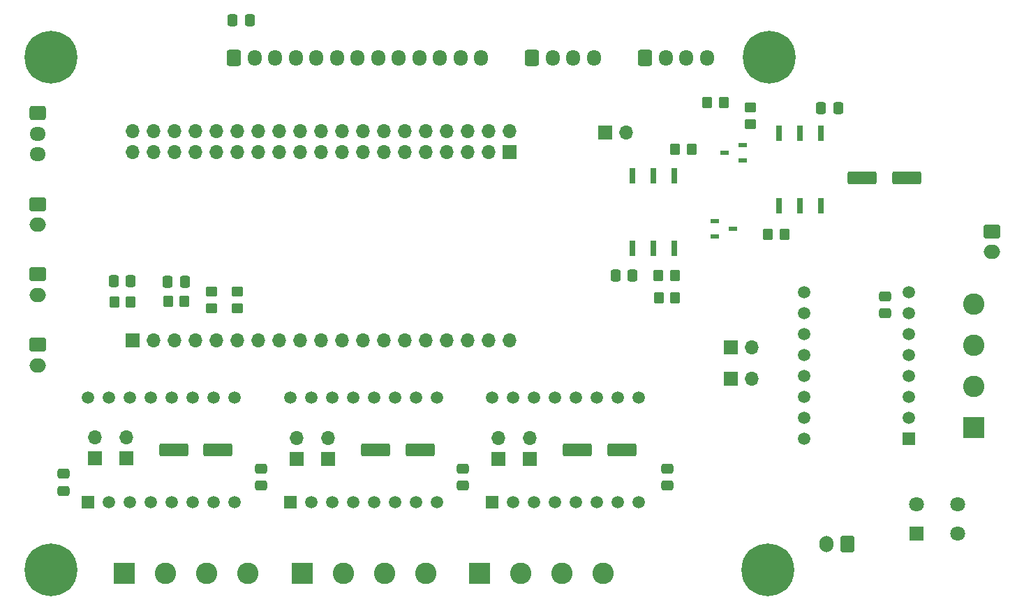
<source format=gbs>
G04 #@! TF.GenerationSoftware,KiCad,Pcbnew,7.0.7+dfsg-1*
G04 #@! TF.CreationDate,2024-09-08T18:11:18+02:00*
G04 #@! TF.ProjectId,motion-board-evoII,6d6f7469-6f6e-42d6-926f-6172642d6576,rev?*
G04 #@! TF.SameCoordinates,Original*
G04 #@! TF.FileFunction,Soldermask,Bot*
G04 #@! TF.FilePolarity,Negative*
%FSLAX46Y46*%
G04 Gerber Fmt 4.6, Leading zero omitted, Abs format (unit mm)*
G04 Created by KiCad (PCBNEW 7.0.7+dfsg-1) date 2024-09-08 18:11:18*
%MOMM*%
%LPD*%
G01*
G04 APERTURE LIST*
G04 Aperture macros list*
%AMRoundRect*
0 Rectangle with rounded corners*
0 $1 Rounding radius*
0 $2 $3 $4 $5 $6 $7 $8 $9 X,Y pos of 4 corners*
0 Add a 4 corners polygon primitive as box body*
4,1,4,$2,$3,$4,$5,$6,$7,$8,$9,$2,$3,0*
0 Add four circle primitives for the rounded corners*
1,1,$1+$1,$2,$3*
1,1,$1+$1,$4,$5*
1,1,$1+$1,$6,$7*
1,1,$1+$1,$8,$9*
0 Add four rect primitives between the rounded corners*
20,1,$1+$1,$2,$3,$4,$5,0*
20,1,$1+$1,$4,$5,$6,$7,0*
20,1,$1+$1,$6,$7,$8,$9,0*
20,1,$1+$1,$8,$9,$2,$3,0*%
G04 Aperture macros list end*
%ADD10R,1.700000X1.700000*%
%ADD11O,1.700000X1.700000*%
%ADD12R,1.508000X1.508000*%
%ADD13C,1.508000*%
%ADD14C,0.800000*%
%ADD15C,6.400000*%
%ADD16RoundRect,0.250000X-0.750000X0.600000X-0.750000X-0.600000X0.750000X-0.600000X0.750000X0.600000X0*%
%ADD17O,2.000000X1.700000*%
%ADD18R,2.600000X2.600000*%
%ADD19C,2.600000*%
%ADD20RoundRect,0.250000X-0.600000X-0.725000X0.600000X-0.725000X0.600000X0.725000X-0.600000X0.725000X0*%
%ADD21O,1.700000X1.950000*%
%ADD22RoundRect,0.250000X-0.725000X0.600000X-0.725000X-0.600000X0.725000X-0.600000X0.725000X0.600000X0*%
%ADD23O,1.950000X1.700000*%
%ADD24R,1.800000X1.800000*%
%ADD25C,1.800000*%
%ADD26RoundRect,0.250000X0.600000X0.750000X-0.600000X0.750000X-0.600000X-0.750000X0.600000X-0.750000X0*%
%ADD27O,1.700000X2.000000*%
%ADD28RoundRect,0.250000X-0.350000X-0.450000X0.350000X-0.450000X0.350000X0.450000X-0.350000X0.450000X0*%
%ADD29RoundRect,0.250000X0.337500X0.475000X-0.337500X0.475000X-0.337500X-0.475000X0.337500X-0.475000X0*%
%ADD30R,1.100000X0.600000*%
%ADD31RoundRect,0.250000X-0.337500X-0.475000X0.337500X-0.475000X0.337500X0.475000X-0.337500X0.475000X0*%
%ADD32RoundRect,0.250000X1.500000X0.550000X-1.500000X0.550000X-1.500000X-0.550000X1.500000X-0.550000X0*%
%ADD33RoundRect,0.250000X0.350000X0.450000X-0.350000X0.450000X-0.350000X-0.450000X0.350000X-0.450000X0*%
%ADD34RoundRect,0.250000X-0.475000X0.337500X-0.475000X-0.337500X0.475000X-0.337500X0.475000X0.337500X0*%
%ADD35RoundRect,0.250000X0.475000X-0.337500X0.475000X0.337500X-0.475000X0.337500X-0.475000X-0.337500X0*%
%ADD36RoundRect,0.250000X-0.450000X0.350000X-0.450000X-0.350000X0.450000X-0.350000X0.450000X0.350000X0*%
%ADD37RoundRect,0.250000X0.450000X-0.350000X0.450000X0.350000X-0.450000X0.350000X-0.450000X-0.350000X0*%
%ADD38R,0.650000X1.850000*%
G04 APERTURE END LIST*
D10*
X105791000Y-42570400D03*
D11*
X105791000Y-40030400D03*
X103251000Y-42570400D03*
X103251000Y-40030400D03*
X100711000Y-42570400D03*
X100711000Y-40030400D03*
X98171000Y-42570400D03*
X98171000Y-40030400D03*
X95631000Y-42570400D03*
X95631000Y-40030400D03*
X93091000Y-42570400D03*
X93091000Y-40030400D03*
X90551000Y-42570400D03*
X90551000Y-40030400D03*
X88011000Y-42570400D03*
X88011000Y-40030400D03*
X85471000Y-42570400D03*
X85471000Y-40030400D03*
X82931000Y-42570400D03*
X82931000Y-40030400D03*
X80391000Y-42570400D03*
X80391000Y-40030400D03*
X77851000Y-42570400D03*
X77851000Y-40030400D03*
X75311000Y-42570400D03*
X75311000Y-40030400D03*
X72771000Y-42570400D03*
X72771000Y-40030400D03*
X70231000Y-42570400D03*
X70231000Y-40030400D03*
X67691000Y-42570400D03*
X67691000Y-40030400D03*
X65151000Y-42570400D03*
X65151000Y-40030400D03*
X62611000Y-42570400D03*
X62611000Y-40030400D03*
X60071000Y-42570400D03*
X60071000Y-40030400D03*
D12*
X154225400Y-77354400D03*
D13*
X154225400Y-74814400D03*
X154225400Y-72274400D03*
X154225400Y-69734400D03*
X154225400Y-67194400D03*
X154225400Y-64654400D03*
X154225400Y-62114400D03*
X154225400Y-59574400D03*
X141525400Y-77354400D03*
X141525400Y-74814400D03*
X141525400Y-72274400D03*
X141525400Y-69734400D03*
X141525400Y-67194400D03*
X141525400Y-64654400D03*
X141525400Y-62114400D03*
X141525400Y-59574400D03*
D14*
X47718000Y-93298000D03*
X48420944Y-91600944D03*
X48420944Y-94995056D03*
X50118000Y-90898000D03*
D15*
X50118000Y-93298000D03*
D14*
X50118000Y-95698000D03*
X51815056Y-91600944D03*
X51815056Y-94995056D03*
X52518000Y-93298000D03*
D16*
X164236400Y-52197000D03*
D17*
X164236400Y-54697000D03*
D16*
X48514000Y-65938400D03*
D17*
X48514000Y-68438400D03*
D14*
X134713000Y-93298000D03*
X135415944Y-91600944D03*
X135415944Y-94995056D03*
X137113000Y-90898000D03*
D15*
X137113000Y-93298000D03*
D14*
X137113000Y-95698000D03*
X138810056Y-91600944D03*
X138810056Y-94995056D03*
X139513000Y-93298000D03*
D18*
X80598000Y-93726000D03*
D19*
X85598000Y-93726000D03*
X90598000Y-93726000D03*
X95598000Y-93726000D03*
D12*
X79177000Y-85030000D03*
D13*
X81717000Y-85030000D03*
X84257000Y-85030000D03*
X86797000Y-85030000D03*
X89337000Y-85030000D03*
X91877000Y-85030000D03*
X94417000Y-85030000D03*
X96957000Y-85030000D03*
X79177000Y-72330000D03*
X81717000Y-72330000D03*
X84257000Y-72330000D03*
X86797000Y-72330000D03*
X89337000Y-72330000D03*
X91877000Y-72330000D03*
X94417000Y-72330000D03*
X96957000Y-72330000D03*
D20*
X108500000Y-31130000D03*
D21*
X111000000Y-31130000D03*
X113500000Y-31130000D03*
X116000000Y-31130000D03*
D16*
X48514000Y-48869600D03*
D17*
X48514000Y-51369600D03*
D10*
X132588000Y-66294000D03*
D11*
X135128000Y-66294000D03*
D22*
X48514000Y-37846000D03*
D23*
X48514000Y-40346000D03*
X48514000Y-42846000D03*
D10*
X60071000Y-65430400D03*
D11*
X62611000Y-65430400D03*
X65151000Y-65430400D03*
X67691000Y-65430400D03*
X70231000Y-65430400D03*
X72771000Y-65430400D03*
X75311000Y-65430400D03*
X77851000Y-65430400D03*
X80391000Y-65430400D03*
X82931000Y-65430400D03*
X85471000Y-65430400D03*
X88011000Y-65430400D03*
X90551000Y-65430400D03*
X93091000Y-65430400D03*
X95631000Y-65430400D03*
X98171000Y-65430400D03*
X100711000Y-65430400D03*
X103251000Y-65430400D03*
X105791000Y-65430400D03*
D24*
X155143200Y-88844000D03*
D25*
X160143200Y-88844000D03*
X155143200Y-85344000D03*
X160143200Y-85344000D03*
D18*
X59027000Y-93726000D03*
D19*
X64027000Y-93726000D03*
X69027000Y-93726000D03*
X74027000Y-93726000D03*
D10*
X108229400Y-79832200D03*
D11*
X108229400Y-77292200D03*
D12*
X103632000Y-85030000D03*
D13*
X106172000Y-85030000D03*
X108712000Y-85030000D03*
X111252000Y-85030000D03*
X113792000Y-85030000D03*
X116332000Y-85030000D03*
X118872000Y-85030000D03*
X121412000Y-85030000D03*
X103632000Y-72330000D03*
X106172000Y-72330000D03*
X108712000Y-72330000D03*
X111252000Y-72330000D03*
X113792000Y-72330000D03*
X116332000Y-72330000D03*
X118872000Y-72330000D03*
X121412000Y-72330000D03*
D10*
X132588000Y-70078600D03*
D11*
X135128000Y-70078600D03*
D20*
X122224800Y-31140400D03*
D21*
X124724800Y-31140400D03*
X127224800Y-31140400D03*
X129724800Y-31140400D03*
D10*
X104419400Y-79832200D03*
D11*
X104419400Y-77292200D03*
D10*
X117348000Y-40182800D03*
D11*
X119888000Y-40182800D03*
D14*
X134840000Y-31068000D03*
X135542944Y-29370944D03*
X135542944Y-32765056D03*
X137240000Y-28668000D03*
D15*
X137240000Y-31068000D03*
D14*
X137240000Y-33468000D03*
X138937056Y-29370944D03*
X138937056Y-32765056D03*
X139640000Y-31068000D03*
X47718000Y-31068000D03*
X48420944Y-29370944D03*
X48420944Y-32765056D03*
X50118000Y-28668000D03*
D15*
X50118000Y-31068000D03*
D14*
X50118000Y-33468000D03*
X51815056Y-29370944D03*
X51815056Y-32765056D03*
X52518000Y-31068000D03*
D10*
X55438200Y-79761000D03*
D11*
X55438200Y-77221000D03*
D20*
X72325000Y-31138000D03*
D21*
X74825000Y-31138000D03*
X77325000Y-31138000D03*
X79825000Y-31138000D03*
X82325000Y-31138000D03*
X84825000Y-31138000D03*
X87325000Y-31138000D03*
X89825000Y-31138000D03*
X92325000Y-31138000D03*
X94825000Y-31138000D03*
X97325000Y-31138000D03*
X99825000Y-31138000D03*
X102325000Y-31138000D03*
D16*
X48514000Y-57378600D03*
D17*
X48514000Y-59878600D03*
D26*
X146710400Y-90144600D03*
D27*
X144210400Y-90144600D03*
D12*
X54610000Y-85030000D03*
D13*
X57150000Y-85030000D03*
X59690000Y-85030000D03*
X62230000Y-85030000D03*
X64770000Y-85030000D03*
X67310000Y-85030000D03*
X69850000Y-85030000D03*
X72390000Y-85030000D03*
X54610000Y-72330000D03*
X57150000Y-72330000D03*
X59690000Y-72330000D03*
X62230000Y-72330000D03*
X64770000Y-72330000D03*
X67310000Y-72330000D03*
X69850000Y-72330000D03*
X72390000Y-72330000D03*
D10*
X83743800Y-79811800D03*
D11*
X83743800Y-77271800D03*
D18*
X102108000Y-93726000D03*
D19*
X107108000Y-93726000D03*
X112108000Y-93726000D03*
X117108000Y-93726000D03*
D10*
X59258200Y-79761000D03*
D11*
X59258200Y-77221000D03*
D18*
X162080600Y-75971400D03*
D19*
X162080600Y-70971400D03*
X162080600Y-65971400D03*
X162080600Y-60971400D03*
D10*
X79933800Y-79806800D03*
D11*
X79933800Y-77266800D03*
D28*
X129733800Y-36550600D03*
X131733800Y-36550600D03*
D29*
X59817000Y-58216800D03*
X57742000Y-58216800D03*
D30*
X130692800Y-52816800D03*
X130692800Y-50916800D03*
X132892800Y-51866800D03*
D31*
X118600400Y-57581800D03*
X120675400Y-57581800D03*
D28*
X125822200Y-42214800D03*
X127822200Y-42214800D03*
D32*
X153906200Y-45720000D03*
X148506200Y-45720000D03*
X70416400Y-78689200D03*
X65016400Y-78689200D03*
X94927400Y-78689200D03*
X89527400Y-78689200D03*
D33*
X59817000Y-60756800D03*
X57817000Y-60756800D03*
X125866400Y-60248800D03*
X123866400Y-60248800D03*
D28*
X123841000Y-57531000D03*
X125841000Y-57531000D03*
D29*
X66370200Y-58267600D03*
X64295200Y-58267600D03*
D34*
X51663600Y-81626400D03*
X51663600Y-83701400D03*
D30*
X134043600Y-41671200D03*
X134043600Y-43571200D03*
X131843600Y-42621200D03*
D35*
X124866400Y-83028700D03*
X124866400Y-80953700D03*
X100126800Y-83050200D03*
X100126800Y-80975200D03*
D36*
X135000000Y-37176200D03*
X135000000Y-39176200D03*
D37*
X72745600Y-61518800D03*
X72745600Y-59518800D03*
D34*
X151333200Y-60074900D03*
X151333200Y-62149900D03*
D28*
X137125200Y-52552600D03*
X139125200Y-52552600D03*
D37*
X69596000Y-61493400D03*
X69596000Y-59493400D03*
D33*
X66344800Y-60680600D03*
X64344800Y-60680600D03*
D38*
X143548100Y-49078600D03*
X141008100Y-49078600D03*
X138468100Y-49078600D03*
X138468100Y-40278600D03*
X141008100Y-40278600D03*
X143548100Y-40278600D03*
D31*
X72178400Y-26568400D03*
X74253400Y-26568400D03*
D35*
X75590400Y-83050200D03*
X75590400Y-80975200D03*
D32*
X119387600Y-78689200D03*
X113987600Y-78689200D03*
D38*
X120701400Y-45409400D03*
X123241400Y-45409400D03*
X125781400Y-45409400D03*
X125781400Y-54209400D03*
X123241400Y-54209400D03*
X120701400Y-54209400D03*
D29*
X145628000Y-37261800D03*
X143553000Y-37261800D03*
M02*

</source>
